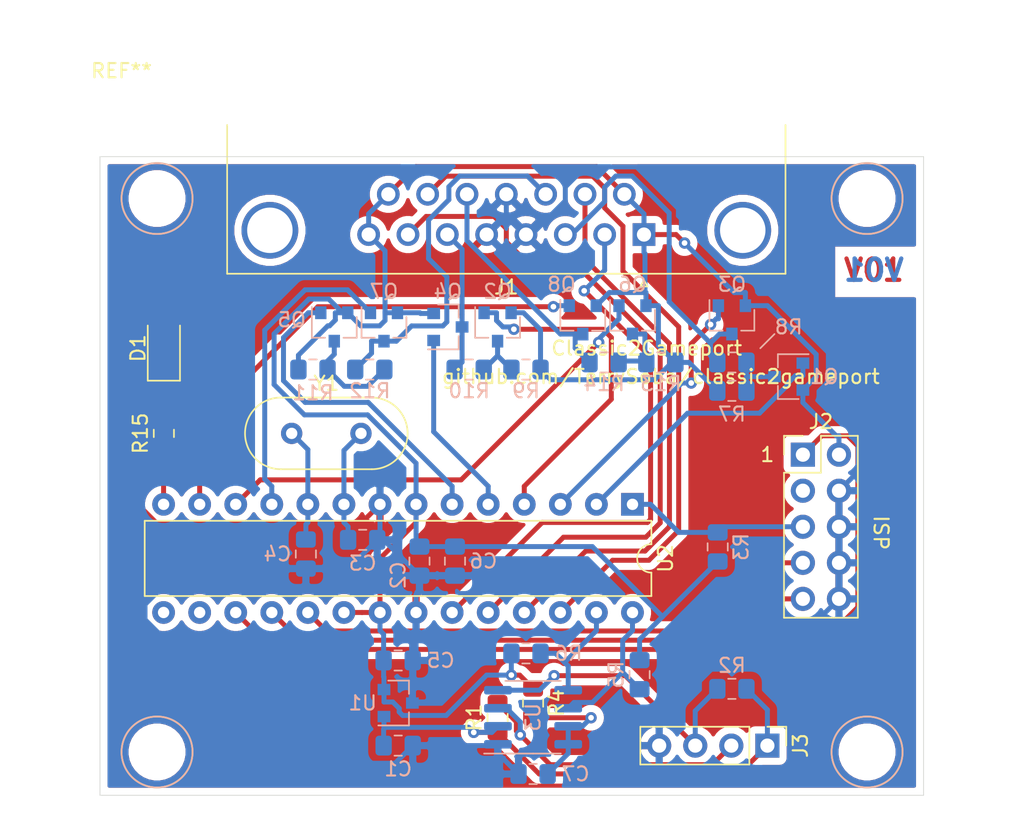
<source format=kicad_pcb>
(kicad_pcb (version 20171130) (host pcbnew 5.1.5)
  (layers (0 F.Cu signal) (31 B.Cu signal) (34 B.Paste user) (35 F.Paste user) (36 B.SilkS user) (37 F.SilkS user) (38 B.Mask user) (39 F.Mask user) (44 Edge.Cuts user))
  (net 0 "")
  (net 1 GND)
  (net 2 3.3V)
  (net 3 5V)
  (net 4 "Net-(C3-Pad1)")
  (net 5 "Net-(C4-Pad2)")
  (net 6 "Net-(C7-Pad1)")
  (net 7 BUTTON4)
  (net 8 JS2_Y_AXIS)
  (net 9 JS2_X_AXIS)
  (net 10 BUTTON3)
  (net 11 BUTTON2)
  (net 12 JS1_Y_AXIS)
  (net 13 JS1_X_AXIS)
  (net 14 BUTTON1)
  (net 15 MISO)
  (net 16 SCK)
  (net 17 RESET)
  (net 18 "Net-(J2-Pad3)")
  (net 19 MOSI)
  (net 20 "Net-(J3-Pad3)")
  (net 21 "Net-(J3-Pad2)")
  (net 22 "Net-(Q1-Pad3)")
  (net 23 JS1_X1)
  (net 24 "Net-(Q2-Pad3)")
  (net 25 JS1_Y1)
  (net 26 JS1_X2)
  (net 27 JS1_Y2)
  (net 28 "Net-(Q5-Pad3)")
  (net 29 JS2_X1)
  (net 30 "Net-(Q6-Pad3)")
  (net 31 JS2_Y1)
  (net 32 JS2_X2)
  (net 33 JS2_Y2)
  (net 34 SCL)
  (net 35 SDA)
  (net 36 "Net-(U2-Pad16)")
  (net 37 "Net-(U2-Pad15)")
  (net 38 "Net-(D1-Pad2)")
  (net 39 "Net-(R15-Pad1)")
  (module classic2gameport:G026 (layer F.Cu) (at 160.02 44.45)
    (fp_text reference REF** (at -2.5 -9) (layer F.SilkS))
    (fp_text value G026)
    (pad "" np_thru_hole circle (at 0 39) (size 3 3) (drill 3) (layers *.Cu *.Mask))
    (pad "" np_thru_hole circle (at 50 39) (size 3 3) (drill 3) (layers *.Cu *.Mask))
    (pad "" np_thru_hole circle (at 50 0) (size 3 3) (drill 3) (layers *.Cu *.Mask))
    (pad "" np_thru_hole circle (at 0 0) (size 3 3) (drill 3) (layers *.Cu *.Mask))
  )
  (module Resistor_SMD:R_0805_2012Metric_Pad1.15x1.40mm_HandSolder (layer F.Cu) (at 160.5 61 90)
    (fp_text reference R15 (at 0 -1.65 90) (layer F.SilkS))
    (fp_text value 1.2k)
    (pad 2 smd roundrect (at 1.025 0 90) (size 1.15 1.4) (layers F.Cu F.Paste F.Mask) (roundrect_rratio 0.217391) (net 38 "Net-(D1-Pad2)"))
    (pad 1 smd roundrect (at -1.025 0 90) (size 1.15 1.4) (layers F.Cu F.Paste F.Mask) (roundrect_rratio 0.217391) (net 39 "Net-(R15-Pad1)"))
  )
  (module LED_SMD:LED_1206_3216Metric (layer F.Cu) (at 160.5 55 90)
    (fp_text reference D1 (at 0 -1.82 90) (layer F.SilkS))
    (fp_text value LED)
    (pad 2 smd roundrect (at 1.4 0 90) (size 1.25 1.75) (layers F.Cu F.Paste F.Mask) (roundrect_rratio 0.2) (net 38 "Net-(D1-Pad2)"))
    (pad 1 smd roundrect (at -1.4 0 90) (size 1.25 1.75) (layers F.Cu F.Paste F.Mask) (roundrect_rratio 0.2) (net 1 GND))
  )
  (module Crystal:Crystal_HC49-4H_Vertical (layer F.Cu) (at 169.5 61)
    (fp_text reference Y1 (at 2.44 -3.525) (layer F.SilkS))
    (fp_text value 16MHz)
    (pad 2 thru_hole circle (at 4.88 0) (size 1.5 1.5) (drill 0.8) (layers *.Cu *.Mask) (net 4 "Net-(C3-Pad1)"))
    (pad 1 thru_hole circle (at 0 0) (size 1.5 1.5) (drill 0.8) (layers *.Cu *.Mask) (net 5 "Net-(C4-Pad2)"))
  )
  (module Package_SO:SOIC-8_3.9x4.9mm_P1.27mm (layer B.Cu) (at 186.5 81)
    (fp_text reference U3 (at 0 0 90) (layer B.SilkS) (effects (justify mirror)))
    (fp_text value PCA9306)
    (pad 8 smd roundrect (at 2.475 1.905) (size 1.95 0.6) (layers B.Cu B.Paste B.Mask) (net 6 "Net-(C7-Pad1)"))
    (pad 7 smd roundrect (at 2.475 0.635) (size 1.95 0.6) (layers B.Cu B.Paste B.Mask) (net 6 "Net-(C7-Pad1)"))
    (pad 6 smd roundrect (at 2.475 -0.635) (size 1.95 0.6) (layers B.Cu B.Paste B.Mask) (net 34 SCL))
    (pad 5 smd roundrect (at 2.475 -1.905) (size 1.95 0.6) (layers B.Cu B.Paste B.Mask) (net 35 SDA))
    (pad 4 smd roundrect (at -2.475 -1.905) (size 1.95 0.6) (layers B.Cu B.Paste B.Mask) (net 20 "Net-(J3-Pad3)"))
    (pad 3 smd roundrect (at -2.475 -0.635) (size 1.95 0.6) (layers B.Cu B.Paste B.Mask) (net 21 "Net-(J3-Pad2)"))
    (pad 2 smd roundrect (at -2.475 0.635) (size 1.95 0.6) (layers B.Cu B.Paste B.Mask) (net 2 3.3V))
    (pad 1 smd roundrect (at -2.475 1.905) (size 1.95 0.6) (layers B.Cu B.Paste B.Mask) (net 1 GND))
  )
  (module Package_DIP:DIP-28_W7.62mm (layer F.Cu) (at 193.5 66 270)
    (fp_text reference U2 (at 3.81 -2.33 90) (layer F.SilkS))
    (fp_text value ATmega8-16PU)
    (pad 28 thru_hole oval (at 7.62 0 270) (size 1.6 1.6) (drill 0.8) (layers *.Cu *.Mask) (net 34 SCL))
    (pad 14 thru_hole oval (at 0 33.02 270) (size 1.6 1.6) (drill 0.8) (layers *.Cu *.Mask) (net 39 "Net-(R15-Pad1)"))
    (pad 27 thru_hole oval (at 7.62 2.54 270) (size 1.6 1.6) (drill 0.8) (layers *.Cu *.Mask) (net 35 SDA))
    (pad 13 thru_hole oval (at 0 30.48 270) (size 1.6 1.6) (drill 0.8) (layers *.Cu *.Mask) (net 33 JS2_Y2))
    (pad 26 thru_hole oval (at 7.62 5.08 270) (size 1.6 1.6) (drill 0.8) (layers *.Cu *.Mask) (net 7 BUTTON4))
    (pad 12 thru_hole oval (at 0 27.94 270) (size 1.6 1.6) (drill 0.8) (layers *.Cu *.Mask) (net 31 JS2_Y1))
    (pad 25 thru_hole oval (at 7.62 7.62 270) (size 1.6 1.6) (drill 0.8) (layers *.Cu *.Mask) (net 10 BUTTON3))
    (pad 11 thru_hole oval (at 0 25.4 270) (size 1.6 1.6) (drill 0.8) (layers *.Cu *.Mask) (net 32 JS2_X2))
    (pad 24 thru_hole oval (at 7.62 10.16 270) (size 1.6 1.6) (drill 0.8) (layers *.Cu *.Mask) (net 11 BUTTON2))
    (pad 10 thru_hole oval (at 0 22.86 270) (size 1.6 1.6) (drill 0.8) (layers *.Cu *.Mask) (net 5 "Net-(C4-Pad2)"))
    (pad 23 thru_hole oval (at 7.62 12.7 270) (size 1.6 1.6) (drill 0.8) (layers *.Cu *.Mask) (net 14 BUTTON1))
    (pad 9 thru_hole oval (at 0 20.32 270) (size 1.6 1.6) (drill 0.8) (layers *.Cu *.Mask) (net 4 "Net-(C3-Pad1)"))
    (pad 22 thru_hole oval (at 7.62 15.24 270) (size 1.6 1.6) (drill 0.8) (layers *.Cu *.Mask) (net 1 GND))
    (pad 8 thru_hole oval (at 0 17.78 270) (size 1.6 1.6) (drill 0.8) (layers *.Cu *.Mask) (net 1 GND))
    (pad 21 thru_hole oval (at 7.62 17.78 270) (size 1.6 1.6) (drill 0.8) (layers *.Cu *.Mask) (net 3 5V))
    (pad 7 thru_hole oval (at 0 15.24 270) (size 1.6 1.6) (drill 0.8) (layers *.Cu *.Mask) (net 3 5V))
    (pad 20 thru_hole oval (at 7.62 20.32 270) (size 1.6 1.6) (drill 0.8) (layers *.Cu *.Mask) (net 3 5V))
    (pad 6 thru_hole oval (at 0 12.7 270) (size 1.6 1.6) (drill 0.8) (layers *.Cu *.Mask) (net 29 JS2_X1))
    (pad 19 thru_hole oval (at 7.62 22.86 270) (size 1.6 1.6) (drill 0.8) (layers *.Cu *.Mask) (net 16 SCK))
    (pad 5 thru_hole oval (at 0 10.16 270) (size 1.6 1.6) (drill 0.8) (layers *.Cu *.Mask) (net 27 JS1_Y2))
    (pad 18 thru_hole oval (at 7.62 25.4 270) (size 1.6 1.6) (drill 0.8) (layers *.Cu *.Mask) (net 15 MISO))
    (pad 4 thru_hole oval (at 0 7.62 270) (size 1.6 1.6) (drill 0.8) (layers *.Cu *.Mask) (net 25 JS1_Y1))
    (pad 17 thru_hole oval (at 7.62 27.94 270) (size 1.6 1.6) (drill 0.8) (layers *.Cu *.Mask) (net 19 MOSI))
    (pad 3 thru_hole oval (at 0 5.08 270) (size 1.6 1.6) (drill 0.8) (layers *.Cu *.Mask) (net 26 JS1_X2))
    (pad 16 thru_hole oval (at 7.62 30.48 270) (size 1.6 1.6) (drill 0.8) (layers *.Cu *.Mask) (net 36 "Net-(U2-Pad16)"))
    (pad 2 thru_hole oval (at 0 2.54 270) (size 1.6 1.6) (drill 0.8) (layers *.Cu *.Mask) (net 23 JS1_X1))
    (pad 15 thru_hole oval (at 7.62 33.02 270) (size 1.6 1.6) (drill 0.8) (layers *.Cu *.Mask) (net 37 "Net-(U2-Pad15)"))
    (pad 1 thru_hole rect (at 0 0 270) (size 1.6 1.6) (drill 0.8) (layers *.Cu *.Mask) (net 17 RESET))
  )
  (module Package_TO_SOT_SMD:SOT-23 (layer B.Cu) (at 177 80)
    (fp_text reference U1 (at -2.5 0 180) (layer B.SilkS) (effects (justify mirror)))
    (fp_text value LM3480-3.3)
    (pad 3 smd rect (at 1 0) (size 0.9 0.8) (layers B.Cu B.Paste B.Mask) (net 1 GND))
    (pad 2 smd rect (at -1 -0.95) (size 0.9 0.8) (layers B.Cu B.Paste B.Mask) (net 3 5V))
    (pad 1 smd rect (at -1 0.95) (size 0.9 0.8) (layers B.Cu B.Paste B.Mask) (net 2 3.3V))
  )
  (module Resistor_SMD:R_0805_2012Metric_Pad1.15x1.40mm_HandSolder (layer B.Cu) (at 191.5 56 180)
    (fp_text reference R14 (at 0 -1.5 180) (layer B.SilkS) (effects (justify mirror)))
    (fp_text value 49k9)
    (pad 2 smd roundrect (at 1.025 0 180) (size 1.15 1.4) (layers B.Cu B.Paste B.Mask) (roundrect_rratio 0.217391) (net 8 JS2_Y_AXIS))
    (pad 1 smd roundrect (at -1.025 0 180) (size 1.15 1.4) (layers B.Cu B.Paste B.Mask) (roundrect_rratio 0.217391) (net 30 "Net-(Q6-Pad3)"))
  )
  (module Resistor_SMD:R_0805_2012Metric_Pad1.15x1.40mm_HandSolder (layer B.Cu) (at 195.5 56 180)
    (fp_text reference R13 (at 0 -1.5) (layer B.SilkS) (effects (justify mirror)))
    (fp_text value 49k9)
    (pad 2 smd roundrect (at 1.025 0 180) (size 1.15 1.4) (layers B.Cu B.Paste B.Mask) (roundrect_rratio 0.217391) (net 30 "Net-(Q6-Pad3)"))
    (pad 1 smd roundrect (at -1.025 0 180) (size 1.15 1.4) (layers B.Cu B.Paste B.Mask) (roundrect_rratio 0.217391) (net 3 5V))
  )
  (module Resistor_SMD:R_0805_2012Metric_Pad1.15x1.40mm_HandSolder (layer B.Cu) (at 175 56.5 180)
    (fp_text reference R12 (at 0 -1.5) (layer B.SilkS) (effects (justify mirror)))
    (fp_text value 49k9)
    (pad 2 smd roundrect (at 1.025 0 180) (size 1.15 1.4) (layers B.Cu B.Paste B.Mask) (roundrect_rratio 0.217391) (net 9 JS2_X_AXIS))
    (pad 1 smd roundrect (at -1.025 0 180) (size 1.15 1.4) (layers B.Cu B.Paste B.Mask) (roundrect_rratio 0.217391) (net 28 "Net-(Q5-Pad3)"))
  )
  (module Resistor_SMD:R_0805_2012Metric_Pad1.15x1.40mm_HandSolder (layer B.Cu) (at 171 56.5)
    (fp_text reference R11 (at 0 1.65) (layer B.SilkS) (effects (justify mirror)))
    (fp_text value 49k9)
    (pad 2 smd roundrect (at 1.025 0) (size 1.15 1.4) (layers B.Cu B.Paste B.Mask) (roundrect_rratio 0.217391) (net 28 "Net-(Q5-Pad3)"))
    (pad 1 smd roundrect (at -1.025 0) (size 1.15 1.4) (layers B.Cu B.Paste B.Mask) (roundrect_rratio 0.217391) (net 3 5V))
  )
  (module Resistor_SMD:R_0805_2012Metric_Pad1.15x1.40mm_HandSolder (layer B.Cu) (at 182 56.5 180)
    (fp_text reference R10 (at 0 -1.5) (layer B.SilkS) (effects (justify mirror)))
    (fp_text value 49k9)
    (pad 2 smd roundrect (at 1.025 0 180) (size 1.15 1.4) (layers B.Cu B.Paste B.Mask) (roundrect_rratio 0.217391) (net 12 JS1_Y_AXIS))
    (pad 1 smd roundrect (at -1.025 0 180) (size 1.15 1.4) (layers B.Cu B.Paste B.Mask) (roundrect_rratio 0.217391) (net 24 "Net-(Q2-Pad3)"))
  )
  (module Resistor_SMD:R_0805_2012Metric_Pad1.15x1.40mm_HandSolder (layer B.Cu) (at 186 56.5 180)
    (fp_text reference R9 (at 0 -1.5) (layer B.SilkS) (effects (justify mirror)))
    (fp_text value 49k9)
    (pad 2 smd roundrect (at 1.025 0 180) (size 1.15 1.4) (layers B.Cu B.Paste B.Mask) (roundrect_rratio 0.217391) (net 24 "Net-(Q2-Pad3)"))
    (pad 1 smd roundrect (at -1.025 0 180) (size 1.15 1.4) (layers B.Cu B.Paste B.Mask) (roundrect_rratio 0.217391) (net 3 5V))
  )
  (module Resistor_SMD:R_0805_2012Metric_Pad1.15x1.40mm_HandSolder (layer B.Cu) (at 200.5 56 180)
    (fp_text reference R8 (at -4 2.5 180) (layer B.SilkS) (effects (justify mirror)))
    (fp_text value 49k9)
    (pad 2 smd roundrect (at 1.025 0 180) (size 1.15 1.4) (layers B.Cu B.Paste B.Mask) (roundrect_rratio 0.217391) (net 13 JS1_X_AXIS))
    (pad 1 smd roundrect (at -1.025 0 180) (size 1.15 1.4) (layers B.Cu B.Paste B.Mask) (roundrect_rratio 0.217391) (net 22 "Net-(Q1-Pad3)"))
  )
  (module Resistor_SMD:R_0805_2012Metric_Pad1.15x1.40mm_HandSolder (layer B.Cu) (at 200.5 58)
    (fp_text reference R7 (at 0 1.65) (layer B.SilkS) (effects (justify mirror)))
    (fp_text value 49k9)
    (pad 2 smd roundrect (at 1.025 0) (size 1.15 1.4) (layers B.Cu B.Paste B.Mask) (roundrect_rratio 0.217391) (net 22 "Net-(Q1-Pad3)"))
    (pad 1 smd roundrect (at -1.025 0) (size 1.15 1.4) (layers B.Cu B.Paste B.Mask) (roundrect_rratio 0.217391) (net 3 5V))
  )
  (module Resistor_SMD:R_0805_2012Metric_Pad1.15x1.40mm_HandSolder (layer B.Cu) (at 186 76.5)
    (fp_text reference R6 (at 3 0) (layer B.SilkS) (effects (justify mirror)))
    (fp_text value 1kR)
    (pad 2 smd roundrect (at 1.025 0) (size 1.15 1.4) (layers B.Cu B.Paste B.Mask) (roundrect_rratio 0.217391) (net 35 SDA))
    (pad 1 smd roundrect (at -1.025 0) (size 1.15 1.4) (layers B.Cu B.Paste B.Mask) (roundrect_rratio 0.217391) (net 3 5V))
  )
  (module Resistor_SMD:R_0805_2012Metric_Pad1.15x1.40mm_HandSolder (layer B.Cu) (at 194 78 270)
    (fp_text reference R5 (at 0 1.65 90) (layer B.SilkS) (effects (justify mirror)))
    (fp_text value 1kR)
    (pad 2 smd roundrect (at 1.025 0 270) (size 1.15 1.4) (layers B.Cu B.Paste B.Mask) (roundrect_rratio 0.217391) (net 34 SCL))
    (pad 1 smd roundrect (at -1.025 0 270) (size 1.15 1.4) (layers B.Cu B.Paste B.Mask) (roundrect_rratio 0.217391) (net 3 5V))
  )
  (module Resistor_SMD:R_0805_2012Metric_Pad1.15x1.40mm_HandSolder (layer F.Cu) (at 186.5 80 270)
    (fp_text reference R4 (at 0 -1.65 270) (layer F.SilkS))
    (fp_text value 200kR)
    (pad 2 smd roundrect (at 1.025 0 270) (size 1.15 1.4) (layers F.Cu F.Paste F.Mask) (roundrect_rratio 0.217391) (net 6 "Net-(C7-Pad1)"))
    (pad 1 smd roundrect (at -1.025 0 270) (size 1.15 1.4) (layers F.Cu F.Paste F.Mask) (roundrect_rratio 0.217391) (net 3 5V))
  )
  (module Resistor_SMD:R_0805_2012Metric_Pad1.15x1.40mm_HandSolder (layer B.Cu) (at 199.5 69 90)
    (fp_text reference R3 (at 0 1.65 270) (layer B.SilkS) (effects (justify mirror)))
    (fp_text value 10kR)
    (pad 2 smd roundrect (at 1.025 0 90) (size 1.15 1.4) (layers B.Cu B.Paste B.Mask) (roundrect_rratio 0.217391) (net 17 RESET))
    (pad 1 smd roundrect (at -1.025 0 90) (size 1.15 1.4) (layers B.Cu B.Paste B.Mask) (roundrect_rratio 0.217391) (net 3 5V))
  )
  (module Resistor_SMD:R_0805_2012Metric_Pad1.15x1.40mm_HandSolder (layer B.Cu) (at 200.5 79 180)
    (fp_text reference R2 (at 0 1.65) (layer B.SilkS) (effects (justify mirror)))
    (fp_text value 1kR)
    (pad 2 smd roundrect (at 1.025 0 180) (size 1.15 1.4) (layers B.Cu B.Paste B.Mask) (roundrect_rratio 0.217391) (net 20 "Net-(J3-Pad3)"))
    (pad 1 smd roundrect (at -1.025 0 180) (size 1.15 1.4) (layers B.Cu B.Paste B.Mask) (roundrect_rratio 0.217391) (net 2 3.3V))
  )
  (module Resistor_SMD:R_0805_2012Metric_Pad1.15x1.40mm_HandSolder (layer F.Cu) (at 184 81.025 90)
    (fp_text reference R1 (at 0 -1.65 90) (layer F.SilkS))
    (fp_text value 1kR)
    (pad 2 smd roundrect (at 1.025 0 90) (size 1.15 1.4) (layers F.Cu F.Paste F.Mask) (roundrect_rratio 0.217391) (net 21 "Net-(J3-Pad2)"))
    (pad 1 smd roundrect (at -1.025 0 90) (size 1.15 1.4) (layers F.Cu F.Paste F.Mask) (roundrect_rratio 0.217391) (net 2 3.3V))
  )
  (module Package_TO_SOT_SMD:SOT-23 (layer B.Cu) (at 190 53 270)
    (fp_text reference Q8 (at -2.5 1.5 180) (layer B.SilkS) (effects (justify mirror)))
    (fp_text value Q_PMOS_GSD)
    (pad 3 smd rect (at 1 0 270) (size 0.9 0.8) (layers B.Cu B.Paste B.Mask) (net 8 JS2_Y_AXIS))
    (pad 2 smd rect (at -1 -0.95 270) (size 0.9 0.8) (layers B.Cu B.Paste B.Mask) (net 3 5V))
    (pad 1 smd rect (at -1 0.95 270) (size 0.9 0.8) (layers B.Cu B.Paste B.Mask) (net 33 JS2_Y2))
  )
  (module Package_TO_SOT_SMD:SOT-23 (layer B.Cu) (at 176 53.5 270)
    (fp_text reference Q7 (at -2.5 0) (layer B.SilkS) (effects (justify mirror)))
    (fp_text value Q_PMOS_GSD)
    (pad 3 smd rect (at 1 0 270) (size 0.9 0.8) (layers B.Cu B.Paste B.Mask) (net 9 JS2_X_AXIS))
    (pad 2 smd rect (at -1 -0.95 270) (size 0.9 0.8) (layers B.Cu B.Paste B.Mask) (net 3 5V))
    (pad 1 smd rect (at -1 0.95 270) (size 0.9 0.8) (layers B.Cu B.Paste B.Mask) (net 32 JS2_X2))
  )
  (module Package_TO_SOT_SMD:SOT-23 (layer B.Cu) (at 193.5 53 270)
    (fp_text reference Q6 (at -2.5 0 180) (layer B.SilkS) (effects (justify mirror)))
    (fp_text value Q_PMOS_GSD)
    (pad 3 smd rect (at 1 0 270) (size 0.9 0.8) (layers B.Cu B.Paste B.Mask) (net 30 "Net-(Q6-Pad3)"))
    (pad 2 smd rect (at -1 -0.95 270) (size 0.9 0.8) (layers B.Cu B.Paste B.Mask) (net 3 5V))
    (pad 1 smd rect (at -1 0.95 270) (size 0.9 0.8) (layers B.Cu B.Paste B.Mask) (net 31 JS2_Y1))
  )
  (module Package_TO_SOT_SMD:SOT-23 (layer B.Cu) (at 172.5 53.5 270)
    (fp_text reference Q5 (at -0.5 3 180) (layer B.SilkS) (effects (justify mirror)))
    (fp_text value Q_PMOS_GSD)
    (pad 3 smd rect (at 1 0 270) (size 0.9 0.8) (layers B.Cu B.Paste B.Mask) (net 28 "Net-(Q5-Pad3)"))
    (pad 2 smd rect (at -1 -0.95 270) (size 0.9 0.8) (layers B.Cu B.Paste B.Mask) (net 3 5V))
    (pad 1 smd rect (at -1 0.95 270) (size 0.9 0.8) (layers B.Cu B.Paste B.Mask) (net 29 JS2_X1))
  )
  (module Package_TO_SOT_SMD:SOT-23 (layer B.Cu) (at 180.5 53.5)
    (fp_text reference Q4 (at 0 -2.5) (layer B.SilkS) (effects (justify mirror)))
    (fp_text value Q_PMOS_GSD)
    (pad 3 smd rect (at 1 0) (size 0.9 0.8) (layers B.Cu B.Paste B.Mask) (net 12 JS1_Y_AXIS))
    (pad 2 smd rect (at -1 -0.95) (size 0.9 0.8) (layers B.Cu B.Paste B.Mask) (net 3 5V))
    (pad 1 smd rect (at -1 0.95) (size 0.9 0.8) (layers B.Cu B.Paste B.Mask) (net 27 JS1_Y2))
  )
  (module Package_TO_SOT_SMD:SOT-23 (layer B.Cu) (at 200.5 53 270)
    (fp_text reference Q3 (at -2.5 0) (layer B.SilkS) (effects (justify mirror)))
    (fp_text value Q_PMOS_GSD)
    (pad 3 smd rect (at 1 0 270) (size 0.9 0.8) (layers B.Cu B.Paste B.Mask) (net 13 JS1_X_AXIS))
    (pad 2 smd rect (at -1 -0.95 270) (size 0.9 0.8) (layers B.Cu B.Paste B.Mask) (net 3 5V))
    (pad 1 smd rect (at -1 0.95 270) (size 0.9 0.8) (layers B.Cu B.Paste B.Mask) (net 26 JS1_X2))
  )
  (module Package_TO_SOT_SMD:SOT-23 (layer B.Cu) (at 184 53.5 270)
    (fp_text reference Q2 (at -2.5 0 180) (layer B.SilkS) (effects (justify mirror)))
    (fp_text value Q_PMOS_GSD)
    (pad 3 smd rect (at 1 0 270) (size 0.9 0.8) (layers B.Cu B.Paste B.Mask) (net 24 "Net-(Q2-Pad3)"))
    (pad 2 smd rect (at -1 -0.95 270) (size 0.9 0.8) (layers B.Cu B.Paste B.Mask) (net 3 5V))
    (pad 1 smd rect (at -1 0.95 270) (size 0.9 0.8) (layers B.Cu B.Paste B.Mask) (net 25 JS1_Y1))
  )
  (module Package_TO_SOT_SMD:SOT-23 (layer B.Cu) (at 204.5 57 180)
    (fp_text reference Q1 (at -2.5 0 180) (layer B.SilkS) (effects (justify mirror)))
    (fp_text value Q_PMOS_GSD)
    (pad 3 smd rect (at 1 0 180) (size 0.9 0.8) (layers B.Cu B.Paste B.Mask) (net 22 "Net-(Q1-Pad3)"))
    (pad 2 smd rect (at -1 -0.95 180) (size 0.9 0.8) (layers B.Cu B.Paste B.Mask) (net 3 5V))
    (pad 1 smd rect (at -1 0.95 180) (size 0.9 0.8) (layers B.Cu B.Paste B.Mask) (net 23 JS1_X1))
  )
  (module Connector_PinHeader_2.54mm:PinHeader_1x04_P2.54mm_Vertical (layer F.Cu) (at 203 83 270)
    (fp_text reference J3 (at 0 -2.33 90) (layer F.SilkS))
    (fp_text value Conn_01x04)
    (pad 4 thru_hole oval (at 0 7.62 270) (size 1.7 1.7) (drill 1) (layers *.Cu *.Mask) (net 1 GND))
    (pad 3 thru_hole oval (at 0 5.08 270) (size 1.7 1.7) (drill 1) (layers *.Cu *.Mask) (net 20 "Net-(J3-Pad3)"))
    (pad 2 thru_hole oval (at 0 2.54 270) (size 1.7 1.7) (drill 1) (layers *.Cu *.Mask) (net 21 "Net-(J3-Pad2)"))
    (pad 1 thru_hole rect (at 0 0 270) (size 1.7 1.7) (drill 1) (layers *.Cu *.Mask) (net 2 3.3V))
  )
  (module Connector_PinHeader_2.54mm:PinHeader_2x05_P2.54mm_Vertical (layer F.Cu) (at 205.5 62.5)
    (fp_text reference J2 (at 1.27 -2.33) (layer F.SilkS))
    (fp_text value AVR-ISP-10)
    (pad 10 thru_hole oval (at 2.54 10.16) (size 1.7 1.7) (drill 1) (layers *.Cu *.Mask) (net 1 GND))
    (pad 9 thru_hole oval (at 0 10.16) (size 1.7 1.7) (drill 1) (layers *.Cu *.Mask) (net 15 MISO))
    (pad 8 thru_hole oval (at 2.54 7.62) (size 1.7 1.7) (drill 1) (layers *.Cu *.Mask) (net 1 GND))
    (pad 7 thru_hole oval (at 0 7.62) (size 1.7 1.7) (drill 1) (layers *.Cu *.Mask) (net 16 SCK))
    (pad 6 thru_hole oval (at 2.54 5.08) (size 1.7 1.7) (drill 1) (layers *.Cu *.Mask) (net 1 GND))
    (pad 5 thru_hole oval (at 0 5.08) (size 1.7 1.7) (drill 1) (layers *.Cu *.Mask) (net 17 RESET))
    (pad 4 thru_hole oval (at 2.54 2.54) (size 1.7 1.7) (drill 1) (layers *.Cu *.Mask) (net 1 GND))
    (pad 3 thru_hole oval (at 0 2.54) (size 1.7 1.7) (drill 1) (layers *.Cu *.Mask) (net 18 "Net-(J2-Pad3)"))
    (pad 2 thru_hole oval (at 2.54 0) (size 1.7 1.7) (drill 1) (layers *.Cu *.Mask) (net 3 5V))
    (pad 1 thru_hole rect (at 0 0) (size 1.7 1.7) (drill 1) (layers *.Cu *.Mask) (net 19 MOSI))
  )
  (module Connector_Dsub:DSUB-15_Male_Horizontal_P2.77x2.84mm_EdgePinOffset4.94mm_Housed_MountingHolesOffset7.48mm (layer F.Cu) (at 194.31 46.99 180)
    (fp_text reference J1 (at 9.695 -3.7) (layer F.SilkS))
    (fp_text value DB15_Male)
    (pad 0 thru_hole circle (at 26.345 0.3 180) (size 4 4) (drill 3.2) (layers *.Cu *.Mask))
    (pad 0 thru_hole circle (at -6.955 0.3 180) (size 4 4) (drill 3.2) (layers *.Cu *.Mask))
    (pad 15 thru_hole circle (at 18.005 2.84 180) (size 1.6 1.6) (drill 1) (layers *.Cu *.Mask) (net 3 5V))
    (pad 14 thru_hole circle (at 15.235 2.84 180) (size 1.6 1.6) (drill 1) (layers *.Cu *.Mask) (net 7 BUTTON4))
    (pad 13 thru_hole circle (at 12.465 2.84 180) (size 1.6 1.6) (drill 1) (layers *.Cu *.Mask) (net 8 JS2_Y_AXIS))
    (pad 12 thru_hole circle (at 9.695 2.84 180) (size 1.6 1.6) (drill 1) (layers *.Cu *.Mask) (net 1 GND))
    (pad 11 thru_hole circle (at 6.925 2.84 180) (size 1.6 1.6) (drill 1) (layers *.Cu *.Mask) (net 9 JS2_X_AXIS))
    (pad 10 thru_hole circle (at 4.155 2.84 180) (size 1.6 1.6) (drill 1) (layers *.Cu *.Mask) (net 10 BUTTON3))
    (pad 9 thru_hole circle (at 1.385 2.84 180) (size 1.6 1.6) (drill 1) (layers *.Cu *.Mask) (net 3 5V))
    (pad 8 thru_hole circle (at 19.39 0 180) (size 1.6 1.6) (drill 1) (layers *.Cu *.Mask) (net 3 5V))
    (pad 7 thru_hole circle (at 16.62 0 180) (size 1.6 1.6) (drill 1) (layers *.Cu *.Mask) (net 11 BUTTON2))
    (pad 6 thru_hole circle (at 13.85 0 180) (size 1.6 1.6) (drill 1) (layers *.Cu *.Mask) (net 12 JS1_Y_AXIS))
    (pad 5 thru_hole circle (at 11.08 0 180) (size 1.6 1.6) (drill 1) (layers *.Cu *.Mask) (net 1 GND))
    (pad 4 thru_hole circle (at 8.31 0 180) (size 1.6 1.6) (drill 1) (layers *.Cu *.Mask) (net 1 GND))
    (pad 3 thru_hole circle (at 5.54 0 180) (size 1.6 1.6) (drill 1) (layers *.Cu *.Mask) (net 13 JS1_X_AXIS))
    (pad 2 thru_hole circle (at 2.77 0 180) (size 1.6 1.6) (drill 1) (layers *.Cu *.Mask) (net 14 BUTTON1))
    (pad 1 thru_hole rect (at 0 0 180) (size 1.6 1.6) (drill 1) (layers *.Cu *.Mask) (net 3 5V))
  )
  (module Capacitor_SMD:C_0805_2012Metric_Pad1.15x1.40mm_HandSolder (layer B.Cu) (at 186.5 85 180)
    (fp_text reference C7 (at -3 0 180) (layer B.SilkS) (effects (justify mirror)))
    (fp_text value 100nF)
    (pad 2 smd roundrect (at 1.025 0 180) (size 1.15 1.4) (layers B.Cu B.Paste B.Mask) (roundrect_rratio 0.217391) (net 1 GND))
    (pad 1 smd roundrect (at -1.025 0 180) (size 1.15 1.4) (layers B.Cu B.Paste B.Mask) (roundrect_rratio 0.217391) (net 6 "Net-(C7-Pad1)"))
  )
  (module Capacitor_SMD:C_0805_2012Metric_Pad1.15x1.40mm_HandSolder (layer B.Cu) (at 181 70 270)
    (fp_text reference C6 (at 0 -2) (layer B.SilkS) (effects (justify mirror)))
    (fp_text value 1µF)
    (pad 2 smd roundrect (at 1.025 0 270) (size 1.15 1.4) (layers B.Cu B.Paste B.Mask) (roundrect_rratio 0.217391) (net 1 GND))
    (pad 1 smd roundrect (at -1.025 0 270) (size 1.15 1.4) (layers B.Cu B.Paste B.Mask) (roundrect_rratio 0.217391) (net 3 5V))
  )
  (module Capacitor_SMD:C_0805_2012Metric_Pad1.15x1.40mm_HandSolder (layer B.Cu) (at 177 77)
    (fp_text reference C5 (at 3 0 180) (layer B.SilkS) (effects (justify mirror)))
    (fp_text value 100nF)
    (pad 2 smd roundrect (at 1.025 0) (size 1.15 1.4) (layers B.Cu B.Paste B.Mask) (roundrect_rratio 0.217391) (net 1 GND))
    (pad 1 smd roundrect (at -1.025 0) (size 1.15 1.4) (layers B.Cu B.Paste B.Mask) (roundrect_rratio 0.217391) (net 3 5V))
  )
  (module Capacitor_SMD:C_0805_2012Metric_Pad1.15x1.40mm_HandSolder (layer B.Cu) (at 170.5 69.5 90)
    (fp_text reference C4 (at 0 -2 180) (layer B.SilkS) (effects (justify mirror)))
    (fp_text value 22pF)
    (pad 2 smd roundrect (at 1.025 0 90) (size 1.15 1.4) (layers B.Cu B.Paste B.Mask) (roundrect_rratio 0.217391) (net 5 "Net-(C4-Pad2)"))
    (pad 1 smd roundrect (at -1.025 0 90) (size 1.15 1.4) (layers B.Cu B.Paste B.Mask) (roundrect_rratio 0.217391) (net 1 GND))
  )
  (module Capacitor_SMD:C_0805_2012Metric_Pad1.15x1.40mm_HandSolder (layer B.Cu) (at 174.5 68.5)
    (fp_text reference C3 (at 0 1.65) (layer B.SilkS) (effects (justify mirror)))
    (fp_text value 22pF)
    (pad 2 smd roundrect (at 1.025 0) (size 1.15 1.4) (layers B.Cu B.Paste B.Mask) (roundrect_rratio 0.217391) (net 1 GND))
    (pad 1 smd roundrect (at -1.025 0) (size 1.15 1.4) (layers B.Cu B.Paste B.Mask) (roundrect_rratio 0.217391) (net 4 "Net-(C3-Pad1)"))
  )
  (module Capacitor_SMD:C_0805_2012Metric_Pad1.15x1.40mm_HandSolder (layer B.Cu) (at 178.5 70 270)
    (fp_text reference C2 (at 1 1.5 90) (layer B.SilkS) (effects (justify mirror)))
    (fp_text value 100nF)
    (pad 2 smd roundrect (at 1.025 0 270) (size 1.15 1.4) (layers B.Cu B.Paste B.Mask) (roundrect_rratio 0.217391) (net 1 GND))
    (pad 1 smd roundrect (at -1.025 0 270) (size 1.15 1.4) (layers B.Cu B.Paste B.Mask) (roundrect_rratio 0.217391) (net 3 5V))
  )
  (module Capacitor_SMD:C_0805_2012Metric_Pad1.15x1.40mm_HandSolder (layer B.Cu) (at 177 83)
    (fp_text reference C1 (at 0 1.65 180) (layer B.SilkS) (effects (justify mirror)))
    (fp_text value 100nF)
    (pad 2 smd roundrect (at 1.025 0) (size 1.15 1.4) (layers B.Cu B.Paste B.Mask) (roundrect_rratio 0.217391) (net 1 GND))
    (pad 1 smd roundrect (at -1.025 0) (size 1.15 1.4) (layers B.Cu B.Paste B.Mask) (roundrect_rratio 0.217391) (net 2 3.3V))
  )
  (gr_text 1 (at 203 62.5) (layer F.SilkS) (effects (font (size 1 1))))
  (gr_text ISP (at 211 68 270) (layer F.SilkS) (effects (font (size 1 1))))
  (gr_line (start 203.5 54) (end 202.5 55) (layer B.SilkS) (width 0.12))
  (gr_text V01 (at 210.5 49.5) (layer B.Cu) (effects (font (size 1.5 1.5) (thickness 0.3)) (justify mirror)))
  (gr_text Classic2Gameport (at 194.5 55) (layer F.SilkS) (effects (font (size 1 1))))
  (gr_text github.com/TerrySoba/classic2gameport (at 195.5 57) (layer F.SilkS) (effects (font (size 1 1))))
  (gr_text V01 (at 210.5 49.5) (layer F.Cu) (effects (font (size 1.5 1.5) (thickness 0.3))))
  (gr_line (start 214 41.5) (end 156 41.5) (layer Edge.Cuts) (width 0.05))
  (gr_line (start 214 86.5) (end 214 41.5) (layer Edge.Cuts) (width 0.05))
  (gr_line (start 156 86.5) (end 214 86.5) (layer Edge.Cuts) (width 0.05))
  (gr_line (start 156 41.5) (end 156 86.5) (layer Edge.Cuts) (width 0.05))
  (segment (start 208.04 65.04) (end 209.4025 63.6775) (width 0.35) (layer B.Cu) (net 1))
  (segment (start 209.4025 63.6775) (end 209.4025 57.4119) (width 0.35) (layer B.Cu) (net 1))
  (segment (start 209.4025 57.4119) (end 202.018 50.0274) (width 0.35) (layer B.Cu) (net 1))
  (segment (start 202.018 50.0274) (end 201.1006 50.0274) (width 0.35) (layer B.Cu) (net 1))
  (segment (start 201.1006 50.0274) (end 196.7338 45.6606) (width 0.35) (layer B.Cu) (net 1))
  (segment (start 196.7338 45.6606) (end 196.7338 45.1577) (width 0.35) (layer B.Cu) (net 1))
  (segment (start 196.7338 45.1577) (end 193.7954 42.2193) (width 0.35) (layer B.Cu) (net 1))
  (segment (start 193.7954 42.2193) (end 190.1846 42.2193) (width 0.35) (layer B.Cu) (net 1))
  (segment (start 190.1846 42.2193) (end 188.77 43.6339) (width 0.35) (layer B.Cu) (net 1))
  (segment (start 188.77 43.6339) (end 188.77 44.6102) (width 0.35) (layer B.Cu) (net 1))
  (segment (start 188.77 44.6102) (end 186.627 46.7532) (width 0.35) (layer B.Cu) (net 1))
  (segment (start 186.627 46.7532) (end 186 46.7532) (width 0.35) (layer B.Cu) (net 1))
  (segment (start 183.93 83) (end 184.025 82.905) (width 0.35) (layer B.Cu) (net 1))
  (segment (start 178.025 83) (end 183.93 83) (width 0.35) (layer B.Cu) (net 1))
  (segment (start 183.93 83) (end 183.93 83.455) (width 0.35) (layer B.Cu) (net 1))
  (segment (start 183.93 83.455) (end 185.475 85) (width 0.35) (layer B.Cu) (net 1))
  (segment (start 170.5 70.525) (end 161.6987 70.525) (width 0.35) (layer B.Cu) (net 1))
  (segment (start 161.6987 70.525) (end 159.1713 73.0524) (width 0.35) (layer B.Cu) (net 1))
  (segment (start 159.1713 73.0524) (end 159.1713 74.1212) (width 0.35) (layer B.Cu) (net 1))
  (segment (start 159.1713 74.1212) (end 169.2941 84.244) (width 0.35) (layer B.Cu) (net 1))
  (segment (start 169.2941 84.244) (end 176.781 84.244) (width 0.35) (layer B.Cu) (net 1))
  (segment (start 176.781 84.244) (end 178.025 83) (width 0.35) (layer B.Cu) (net 1))
  (segment (start 184.615 45.605) (end 184.615 44.15) (width 0.35) (layer B.Cu) (net 1))
  (segment (start 183.23 46.99) (end 184.615 45.605) (width 0.35) (layer B.Cu) (net 1))
  (segment (start 186 46.7532) (end 184.8518 45.605) (width 0.35) (layer B.Cu) (net 1))
  (segment (start 184.8518 45.605) (end 184.615 45.605) (width 0.35) (layer B.Cu) (net 1))
  (segment (start 186 46.99) (end 186 46.7532) (width 0.35) (layer B.Cu) (net 1))
  (segment (start 208.04 72.66) (end 203.1438 77.5562) (width 0.35) (layer B.Cu) (net 1))
  (segment (start 203.1438 77.5562) (end 199.1148 77.5562) (width 0.35) (layer B.Cu) (net 1))
  (segment (start 199.1148 77.5562) (end 195.38 81.291) (width 0.35) (layer B.Cu) (net 1))
  (segment (start 195.38 81.291) (end 195.38 83) (width 0.35) (layer B.Cu) (net 1))
  (segment (start 208.04 70.12) (end 208.04 72.66) (width 0.35) (layer B.Cu) (net 1))
  (segment (start 175.525 68.5) (end 173.5 70.525) (width 0.35) (layer B.Cu) (net 1))
  (segment (start 173.5 70.525) (end 170.5 70.525) (width 0.35) (layer B.Cu) (net 1))
  (segment (start 178.025 77) (end 178.025 79.0997) (width 0.35) (layer B.Cu) (net 1))
  (segment (start 178.025 79.0997) (end 178 79.1247) (width 0.35) (layer B.Cu) (net 1))
  (segment (start 178.26 73.62) (end 178.26 76.765) (width 0.35) (layer B.Cu) (net 1))
  (segment (start 178.26 76.765) (end 178.025 77) (width 0.35) (layer B.Cu) (net 1))
  (segment (start 178 80) (end 178 79.1247) (width 0.35) (layer B.Cu) (net 1))
  (segment (start 162.8011 53.8549) (end 162.8011 54.0989) (width 0.35) (layer F.Cu) (net 1))
  (segment (start 162.8011 54.0989) (end 160.5 56.4) (width 0.35) (layer F.Cu) (net 1))
  (segment (start 175.72 66) (end 174.4267 67.2933) (width 0.35) (layer F.Cu) (net 1))
  (segment (start 174.4267 67.2933) (end 159.9566 67.2933) (width 0.35) (layer F.Cu) (net 1))
  (segment (start 159.9566 67.2933) (end 158.4654 65.8021) (width 0.35) (layer F.Cu) (net 1))
  (segment (start 158.4654 65.8021) (end 158.4654 53.6037) (width 0.35) (layer F.Cu) (net 1))
  (segment (start 158.4654 53.6037) (end 159.5705 52.4986) (width 0.35) (layer F.Cu) (net 1))
  (segment (start 159.5705 52.4986) (end 161.4448 52.4986) (width 0.35) (layer F.Cu) (net 1))
  (segment (start 161.4448 52.4986) (end 162.8011 53.8549) (width 0.35) (layer F.Cu) (net 1))
  (segment (start 183.23 46.99) (end 181.0546 49.1654) (width 0.35) (layer F.Cu) (net 1))
  (segment (start 175.72 68.5) (end 175.975 68.5) (width 0.35) (layer B.Cu) (net 1))
  (segment (start 175.975 68.5) (end 178.5 71.025) (width 0.35) (layer B.Cu) (net 1))
  (segment (start 175.525 68.5) (end 175.72 68.5) (width 0.35) (layer B.Cu) (net 1))
  (segment (start 175.72 67.2753) (end 175.72 68.5) (width 0.35) (layer B.Cu) (net 1))
  (segment (start 175.72 66) (end 175.72 67.2753) (width 0.35) (layer B.Cu) (net 1))
  (segment (start 208.04 65.04) (end 208.04 67.58) (width 0.35) (layer B.Cu) (net 1))
  (segment (start 208.04 67.58) (end 208.04 70.12) (width 0.35) (layer B.Cu) (net 1))
  (segment (start 178.26 73.62) (end 178.26 72.3447) (width 0.35) (layer B.Cu) (net 1))
  (segment (start 178.26 72.3447) (end 178.5 72.1047) (width 0.35) (layer B.Cu) (net 1))
  (segment (start 178.5 72.1047) (end 178.5 71.025) (width 0.35) (layer B.Cu) (net 1))
  (segment (start 178.5 71.025) (end 181 71.025) (width 0.35) (layer B.Cu) (net 1))
  (segment (start 173.336248 49.1654) (end 181.0546 49.1654) (width 0.35) (layer F.Cu) (net 1))
  (segment (start 168.646748 53.8549) (end 173.336248 49.1654) (width 0.35) (layer F.Cu) (net 1))
  (segment (start 162.8011 53.8549) (end 168.646748 53.8549) (width 0.35) (layer F.Cu) (net 1))
  (segment (start 203 83) (end 203 80.475) (width 0.35) (layer B.Cu) (net 2))
  (segment (start 203 80.475) (end 201.525 79) (width 0.35) (layer B.Cu) (net 2))
  (segment (start 176 81.7128) (end 181.9664 81.7128) (width 0.35) (layer B.Cu) (net 2))
  (segment (start 181.9664 81.7128) (end 182.3214 82.0678) (width 0.35) (layer B.Cu) (net 2))
  (segment (start 176 81.7128) (end 176 81.8253) (width 0.35) (layer B.Cu) (net 2))
  (segment (start 176 81.6003) (end 176 81.7128) (width 0.35) (layer B.Cu) (net 2))
  (segment (start 184 82.0678) (end 182.3214 82.0678) (width 0.35) (layer F.Cu) (net 2))
  (segment (start 184.025 81.635) (end 183.5922 82.0678) (width 0.35) (layer B.Cu) (net 2))
  (segment (start 183.5922 82.0678) (end 182.3214 82.0678) (width 0.35) (layer B.Cu) (net 2))
  (segment (start 184 82.0678) (end 184 82.05) (width 0.35) (layer F.Cu) (net 2))
  (segment (start 203 83) (end 201.0053 84.9947) (width 0.35) (layer F.Cu) (net 2))
  (segment (start 201.0053 84.9947) (end 186.9269 84.9947) (width 0.35) (layer F.Cu) (net 2))
  (segment (start 186.9269 84.9947) (end 184 82.0678) (width 0.35) (layer F.Cu) (net 2))
  (segment (start 176 81.5501) (end 176 81.6003) (width 0.35) (layer B.Cu) (net 2))
  (segment (start 176 80.95) (end 176 81.5501) (width 0.35) (layer B.Cu) (net 2))
  (segment (start 176 81.8253) (end 175.975 81.8503) (width 0.35) (layer B.Cu) (net 2))
  (segment (start 175.975 81.8503) (end 175.975 83) (width 0.35) (layer B.Cu) (net 2))
  (via (at 182.3214 82.0678) (size 0.8) (layers F.Cu B.Cu) (net 2))
  (segment (start 201.45 52) (end 201.45 51.0747) (width 0.35) (layer B.Cu) (net 3))
  (segment (start 197.1666 47.5857) (end 200.6556 51.0747) (width 0.35) (layer B.Cu) (net 3))
  (segment (start 200.6556 51.0747) (end 201.45 51.0747) (width 0.35) (layer B.Cu) (net 3))
  (segment (start 194.31 46.99) (end 196.5709 46.99) (width 0.35) (layer F.Cu) (net 3))
  (segment (start 196.5709 46.99) (end 197.1666 47.5857) (width 0.35) (layer F.Cu) (net 3))
  (segment (start 195.3253 52) (end 195.3253 54.8003) (width 0.35) (layer B.Cu) (net 3))
  (segment (start 195.3253 54.8003) (end 196.4004 55.8754) (width 0.35) (layer B.Cu) (net 3))
  (segment (start 196.4004 55.8754) (end 195.053 57.2228) (width 0.35) (layer B.Cu) (net 3))
  (segment (start 195.053 57.2228) (end 187.7478 57.2228) (width 0.35) (layer B.Cu) (net 3))
  (segment (start 187.7478 57.2228) (end 187.025 56.5) (width 0.35) (layer B.Cu) (net 3))
  (segment (start 196.4004 55.8754) (end 196.525 56) (width 0.35) (layer B.Cu) (net 3))
  (segment (start 184.95 52.5) (end 185.8253 52.5) (width 0.35) (layer B.Cu) (net 3))
  (segment (start 185.8253 52.5) (end 187.025 53.6997) (width 0.35) (layer B.Cu) (net 3))
  (segment (start 187.025 53.6997) (end 187.025 56.5) (width 0.35) (layer B.Cu) (net 3))
  (segment (start 176 79.05) (end 176 78.1747) (width 0.35) (layer B.Cu) (net 3))
  (segment (start 175.975 77) (end 175.975 78.1497) (width 0.35) (layer B.Cu) (net 3))
  (segment (start 175.975 78.1497) (end 176 78.1747) (width 0.35) (layer B.Cu) (net 3))
  (segment (start 175.72 74.8953) (end 175.975 75.1503) (width 0.35) (layer B.Cu) (net 3))
  (segment (start 175.975 75.1503) (end 175.975 77) (width 0.35) (layer B.Cu) (net 3))
  (segment (start 173.0124 52.5) (end 173.0124 52.4345) (width 0.35) (layer B.Cu) (net 3))
  (segment (start 173.0124 52.4345) (end 172.1117 51.5338) (width 0.35) (layer B.Cu) (net 3))
  (segment (start 172.1117 51.5338) (end 170.7119 51.5338) (width 0.35) (layer B.Cu) (net 3))
  (segment (start 170.7119 51.5338) (end 168.2625 53.9832) (width 0.35) (layer B.Cu) (net 3))
  (segment (start 168.2625 53.9832) (end 168.2625 57.558) (width 0.35) (layer B.Cu) (net 3))
  (segment (start 168.2625 57.558) (end 170.4019 59.6974) (width 0.35) (layer B.Cu) (net 3))
  (segment (start 170.4019 59.6974) (end 174.853 59.6974) (width 0.35) (layer B.Cu) (net 3))
  (segment (start 174.853 59.6974) (end 178.26 63.1044) (width 0.35) (layer B.Cu) (net 3))
  (segment (start 178.26 63.1044) (end 178.26 66) (width 0.35) (layer B.Cu) (net 3))
  (segment (start 173.0124 52.5) (end 172.5747 52.5) (width 0.35) (layer B.Cu) (net 3))
  (segment (start 173.45 52.5) (end 173.0124 52.5) (width 0.35) (layer B.Cu) (net 3))
  (segment (start 172.5747 52.5) (end 172.5747 53.0118) (width 0.35) (layer B.Cu) (net 3))
  (segment (start 172.5747 53.0118) (end 172.1611 53.4254) (width 0.35) (layer B.Cu) (net 3))
  (segment (start 172.1611 53.4254) (end 172.0399 53.4254) (width 0.35) (layer B.Cu) (net 3))
  (segment (start 172.0399 53.4254) (end 169.975 55.4903) (width 0.35) (layer B.Cu) (net 3))
  (segment (start 169.975 55.4903) (end 169.975 56.5) (width 0.35) (layer B.Cu) (net 3))
  (segment (start 174.92 46.99) (end 176.0747 48.1447) (width 0.35) (layer B.Cu) (net 3))
  (segment (start 176.0747 48.1447) (end 176.0747 52.5) (width 0.35) (layer B.Cu) (net 3))
  (segment (start 176.305 44.15) (end 174.92 45.535) (width 0.35) (layer B.Cu) (net 3))
  (segment (start 174.92 45.535) (end 174.92 46.99) (width 0.35) (layer B.Cu) (net 3))
  (segment (start 176.95 52.5) (end 176.0747 52.5) (width 0.35) (layer B.Cu) (net 3))
  (segment (start 176.0747 52.5) (end 176.0747 53.0471) (width 0.35) (layer B.Cu) (net 3))
  (segment (start 176.0747 53.0471) (end 175.6964 53.4254) (width 0.35) (layer B.Cu) (net 3))
  (segment (start 175.6964 53.4254) (end 174.3754 53.4254) (width 0.35) (layer B.Cu) (net 3))
  (segment (start 174.3754 53.4254) (end 173.45 52.5) (width 0.35) (layer B.Cu) (net 3))
  (segment (start 178.5747 52.55) (end 178.5247 52.5) (width 0.35) (layer B.Cu) (net 3))
  (segment (start 178.5247 52.5) (end 176.95 52.5) (width 0.35) (layer B.Cu) (net 3))
  (segment (start 196.525 56) (end 197.475 56) (width 0.35) (layer B.Cu) (net 3))
  (segment (start 197.475 56) (end 199.475 58) (width 0.35) (layer B.Cu) (net 3))
  (segment (start 176 79.9253) (end 176.6211 79.9253) (width 0.35) (layer B.Cu) (net 3))
  (segment (start 176.6211 79.9253) (end 177.0746 80.3788) (width 0.35) (layer B.Cu) (net 3))
  (segment (start 177.0746 80.3788) (end 177.0746 80.633) (width 0.35) (layer B.Cu) (net 3))
  (segment (start 177.0746 80.633) (end 177.317 80.8754) (width 0.35) (layer B.Cu) (net 3))
  (segment (start 177.317 80.8754) (end 180.3852 80.8754) (width 0.35) (layer B.Cu) (net 3))
  (segment (start 180.3852 80.8754) (end 183.2295 78.0311) (width 0.35) (layer B.Cu) (net 3))
  (segment (start 183.2295 78.0311) (end 184.9672 78.0311) (width 0.35) (layer B.Cu) (net 3))
  (segment (start 184.9672 78.0311) (end 184.9672 76.5078) (width 0.35) (layer B.Cu) (net 3))
  (segment (start 184.9672 76.5078) (end 184.975 76.5) (width 0.35) (layer B.Cu) (net 3))
  (segment (start 186.5 78.975) (end 185.5561 78.0311) (width 0.35) (layer F.Cu) (net 3))
  (segment (start 185.5561 78.0311) (end 184.9672 78.0311) (width 0.35) (layer F.Cu) (net 3))
  (segment (start 176 79.05) (end 176 79.9253) (width 0.35) (layer B.Cu) (net 3))
  (segment (start 179.5 52.55) (end 178.5747 52.55) (width 0.35) (layer B.Cu) (net 3))
  (segment (start 192.925 44.15) (end 190.975 42.2) (width 0.35) (layer F.Cu) (net 3))
  (segment (start 190.975 42.2) (end 178.255 42.2) (width 0.35) (layer F.Cu) (net 3))
  (segment (start 178.255 42.2) (end 176.305 44.15) (width 0.35) (layer F.Cu) (net 3))
  (segment (start 194.38 51.0046) (end 194.38 48.3353) (width 0.35) (layer B.Cu) (net 3))
  (segment (start 194.38 48.3353) (end 194.31 48.2653) (width 0.35) (layer B.Cu) (net 3))
  (segment (start 194.38 51.0046) (end 194.31 51.0746) (width 0.35) (layer B.Cu) (net 3))
  (segment (start 194.31 51.0746) (end 191.8754 51.0746) (width 0.35) (layer B.Cu) (net 3))
  (segment (start 191.8754 51.0746) (end 190.95 52) (width 0.35) (layer B.Cu) (net 3))
  (segment (start 201.45 52) (end 203.0013 52) (width 0.35) (layer B.Cu) (net 3))
  (segment (start 203.0013 52) (end 206.4376 55.4363) (width 0.35) (layer B.Cu) (net 3))
  (segment (start 206.4376 55.4363) (end 206.4376 57.0124) (width 0.35) (layer B.Cu) (net 3))
  (segment (start 206.4376 57.0124) (end 205.5 57.95) (width 0.35) (layer B.Cu) (net 3))
  (segment (start 194.45 51.0747) (end 194.38 51.0046) (width 0.35) (layer B.Cu) (net 3))
  (segment (start 208.04 62.5) (end 208.04 61.1747) (width 0.35) (layer B.Cu) (net 3))
  (segment (start 205.5 57.95) (end 205.5 58.8253) (width 0.35) (layer B.Cu) (net 3))
  (segment (start 208.04 61.1747) (end 207.8494 61.1747) (width 0.35) (layer B.Cu) (net 3))
  (segment (start 207.8494 61.1747) (end 205.5 58.8253) (width 0.35) (layer B.Cu) (net 3))
  (segment (start 194.45 52) (end 194.45 51.0747) (width 0.35) (layer B.Cu) (net 3))
  (segment (start 194.45 52) (end 195.3253 52) (width 0.35) (layer B.Cu) (net 3))
  (segment (start 175.72 73.62) (end 174.4553 73.62) (width 0.35) (layer F.Cu) (net 3))
  (segment (start 173.18 73.62) (end 174.4553 73.62) (width 0.35) (layer F.Cu) (net 3))
  (segment (start 178.26 67.2753) (end 175.72 69.8153) (width 0.35) (layer F.Cu) (net 3))
  (segment (start 175.72 69.8153) (end 175.72 73.62) (width 0.35) (layer F.Cu) (net 3))
  (segment (start 195.6104 73.9146) (end 194 75.525) (width 0.35) (layer B.Cu) (net 3))
  (segment (start 194 75.525) (end 194 76.975) (width 0.35) (layer B.Cu) (net 3))
  (segment (start 199.5 70.025) (end 195.6104 73.9146) (width 0.35) (layer B.Cu) (net 3))
  (segment (start 181 68.975) (end 190.6707 68.975) (width 0.35) (layer B.Cu) (net 3))
  (segment (start 190.6707 68.975) (end 195.6104 73.9146) (width 0.35) (layer B.Cu) (net 3))
  (segment (start 178.5 68.975) (end 181 68.975) (width 0.35) (layer B.Cu) (net 3))
  (segment (start 178.5 68.975) (end 178.26 68.735) (width 0.35) (layer B.Cu) (net 3))
  (segment (start 178.26 68.735) (end 178.26 66) (width 0.35) (layer B.Cu) (net 3))
  (segment (start 178.26 66) (end 178.26 67.2753) (width 0.35) (layer F.Cu) (net 3))
  (segment (start 175.72 73.62) (end 175.72 74.8953) (width 0.35) (layer B.Cu) (net 3))
  (segment (start 194.31 46.99) (end 194.31 48.2653) (width 0.35) (layer B.Cu) (net 3))
  (segment (start 194.31 46.99) (end 194.31 45.535) (width 0.35) (layer B.Cu) (net 3))
  (segment (start 194.31 45.535) (end 192.925 44.15) (width 0.35) (layer B.Cu) (net 3))
  (via (at 197.1666 47.5857) (size 0.8) (layers F.Cu B.Cu) (net 3))
  (via (at 184.9672 78.0311) (size 0.8) (layers F.Cu B.Cu) (net 3))
  (segment (start 173.18 66) (end 173.18 67.2753) (width 0.35) (layer B.Cu) (net 4))
  (segment (start 173.18 67.2753) (end 173.475 67.5703) (width 0.35) (layer B.Cu) (net 4))
  (segment (start 173.475 67.5703) (end 173.475 68.5) (width 0.35) (layer B.Cu) (net 4))
  (segment (start 174.38 61) (end 173.18 62.2) (width 0.35) (layer B.Cu) (net 4))
  (segment (start 173.18 62.2) (end 173.18 66) (width 0.35) (layer B.Cu) (net 4))
  (segment (start 169.5 61) (end 170.64 62.14) (width 0.35) (layer B.Cu) (net 5))
  (segment (start 170.64 62.14) (end 170.64 66) (width 0.35) (layer B.Cu) (net 5))
  (segment (start 170.64 66) (end 170.64 67.2753) (width 0.35) (layer B.Cu) (net 5))
  (segment (start 170.64 67.2753) (end 170.5 67.4153) (width 0.35) (layer B.Cu) (net 5))
  (segment (start 170.5 67.4153) (end 170.5 68.475) (width 0.35) (layer B.Cu) (net 5))
  (segment (start 186.5 81.025) (end 186.5109 81.0359) (width 0.35) (layer F.Cu) (net 6))
  (segment (start 186.5109 81.0359) (end 190.5818 81.0359) (width 0.35) (layer F.Cu) (net 6))
  (segment (start 188.975 81.635) (end 189.9827 81.635) (width 0.35) (layer B.Cu) (net 6))
  (segment (start 189.9827 81.635) (end 190.5818 81.0359) (width 0.35) (layer B.Cu) (net 6))
  (segment (start 188.975 82.905) (end 188.975 81.635) (width 0.35) (layer B.Cu) (net 6))
  (segment (start 188.975 82.905) (end 188.975 83.55) (width 0.35) (layer B.Cu) (net 6))
  (segment (start 188.975 83.55) (end 187.525 85) (width 0.35) (layer B.Cu) (net 6))
  (via (at 190.5818 81.0359) (size 0.8) (layers F.Cu B.Cu) (net 6))
  (segment (start 188.42 73.62) (end 192.1005 69.9395) (width 0.35) (layer F.Cu) (net 7))
  (segment (start 192.1005 69.9395) (end 194.6547 69.9395) (width 0.35) (layer F.Cu) (net 7))
  (segment (start 194.6547 69.9395) (end 196.7529 67.8413) (width 0.35) (layer F.Cu) (net 7))
  (segment (start 196.7529 67.8413) (end 196.7529 53.4891) (width 0.35) (layer F.Cu) (net 7))
  (segment (start 196.7529 53.4891) (end 192.8267 49.5629) (width 0.35) (layer F.Cu) (net 7))
  (segment (start 192.8267 49.5629) (end 192.8267 46.3966) (width 0.35) (layer F.Cu) (net 7))
  (segment (start 192.8267 46.3966) (end 191.54 45.1099) (width 0.35) (layer F.Cu) (net 7))
  (segment (start 191.54 45.1099) (end 191.54 43.7128) (width 0.35) (layer F.Cu) (net 7))
  (segment (start 191.54 43.7128) (end 190.7018 42.8746) (width 0.35) (layer F.Cu) (net 7))
  (segment (start 190.7018 42.8746) (end 180.3504 42.8746) (width 0.35) (layer F.Cu) (net 7))
  (segment (start 180.3504 42.8746) (end 179.075 44.15) (width 0.35) (layer F.Cu) (net 7))
  (segment (start 189.4634 54) (end 188.4247 54) (width 0.35) (layer B.Cu) (net 8))
  (segment (start 188.4247 54) (end 181.845 47.4203) (width 0.35) (layer B.Cu) (net 8))
  (segment (start 181.845 47.4203) (end 181.845 44.15) (width 0.35) (layer B.Cu) (net 8))
  (segment (start 189.4634 54) (end 189.4634 54.9884) (width 0.35) (layer B.Cu) (net 8))
  (segment (start 189.4634 54.9884) (end 190.475 56) (width 0.35) (layer B.Cu) (net 8))
  (segment (start 190 54) (end 189.4634 54) (width 0.35) (layer B.Cu) (net 8))
  (segment (start 176 54.5) (end 176.8753 54.5) (width 0.35) (layer B.Cu) (net 9))
  (segment (start 187.385 44.15) (end 186.1004 42.8654) (width 0.35) (layer B.Cu) (net 9))
  (segment (start 186.1004 42.8654) (end 181.326 42.8654) (width 0.35) (layer B.Cu) (net 9))
  (segment (start 181.326 42.8654) (end 180.5696 43.6218) (width 0.35) (layer B.Cu) (net 9))
  (segment (start 180.5696 43.6218) (end 180.5696 44.5355) (width 0.35) (layer B.Cu) (net 9))
  (segment (start 180.5696 44.5355) (end 179.1391 45.966) (width 0.35) (layer B.Cu) (net 9))
  (segment (start 179.1391 45.966) (end 179.1391 48.6837) (width 0.35) (layer B.Cu) (net 9))
  (segment (start 179.1391 48.6837) (end 180.4254 49.97) (width 0.35) (layer B.Cu) (net 9))
  (segment (start 180.4254 49.97) (end 180.4254 53.1513) (width 0.35) (layer B.Cu) (net 9))
  (segment (start 180.4254 53.1513) (end 180.1469 53.4298) (width 0.35) (layer B.Cu) (net 9))
  (segment (start 180.1469 53.4298) (end 177.9455 53.4298) (width 0.35) (layer B.Cu) (net 9))
  (segment (start 177.9455 53.4298) (end 176.8753 54.5) (width 0.35) (layer B.Cu) (net 9))
  (segment (start 176 54.5) (end 175.1247 54.5) (width 0.35) (layer B.Cu) (net 9))
  (segment (start 175.1247 54.5) (end 175.1247 55.3503) (width 0.35) (layer B.Cu) (net 9))
  (segment (start 175.1247 55.3503) (end 173.975 56.5) (width 0.35) (layer B.Cu) (net 9))
  (segment (start 185.88 73.62) (end 190.2108 69.2892) (width 0.35) (layer F.Cu) (net 10))
  (segment (start 190.2108 69.2892) (end 194.3853 69.2892) (width 0.35) (layer F.Cu) (net 10))
  (segment (start 194.3853 69.2892) (end 196.1026 67.5719) (width 0.35) (layer F.Cu) (net 10))
  (segment (start 196.1026 67.5719) (end 196.1026 54.6782) (width 0.35) (layer F.Cu) (net 10))
  (segment (start 196.1026 54.6782) (end 190.155 48.7306) (width 0.35) (layer F.Cu) (net 10))
  (segment (start 190.155 48.7306) (end 190.155 44.15) (width 0.35) (layer F.Cu) (net 10))
  (segment (start 183.34 73.62) (end 188.6462 68.3138) (width 0.35) (layer F.Cu) (net 11))
  (segment (start 188.6462 68.3138) (end 194.441 68.3138) (width 0.35) (layer F.Cu) (net 11))
  (segment (start 194.441 68.3138) (end 195.4522 67.3026) (width 0.35) (layer F.Cu) (net 11))
  (segment (start 195.4522 67.3026) (end 195.4522 55.0481) (width 0.35) (layer F.Cu) (net 11))
  (segment (start 195.4522 55.0481) (end 189.2398 48.8357) (width 0.35) (layer F.Cu) (net 11))
  (segment (start 189.2398 48.8357) (end 185.9465 48.8357) (width 0.35) (layer F.Cu) (net 11))
  (segment (start 185.9465 48.8357) (end 184.615 47.5042) (width 0.35) (layer F.Cu) (net 11))
  (segment (start 184.615 47.5042) (end 184.615 46.5682) (width 0.35) (layer F.Cu) (net 11))
  (segment (start 184.615 46.5682) (end 183.7614 45.7146) (width 0.35) (layer F.Cu) (net 11))
  (segment (start 183.7614 45.7146) (end 178.9654 45.7146) (width 0.35) (layer F.Cu) (net 11))
  (segment (start 178.9654 45.7146) (end 177.69 46.99) (width 0.35) (layer F.Cu) (net 11))
  (segment (start 181.5 53.5) (end 181.5 55.975) (width 0.35) (layer B.Cu) (net 12))
  (segment (start 181.5 55.975) (end 180.975 56.5) (width 0.35) (layer B.Cu) (net 12))
  (segment (start 181.5 53.3) (end 181.5 53.5) (width 0.35) (layer B.Cu) (net 12))
  (segment (start 181.5 53.3) (end 181.5 52.6247) (width 0.35) (layer B.Cu) (net 12))
  (segment (start 181.5 52.6247) (end 181.5 48.03) (width 0.35) (layer B.Cu) (net 12))
  (segment (start 181.5 48.03) (end 180.46 46.99) (width 0.35) (layer B.Cu) (net 12))
  (segment (start 188.77 46.99) (end 189.2152 46.99) (width 0.35) (layer B.Cu) (net 13))
  (segment (start 189.2152 46.99) (end 191.5401 44.6651) (width 0.35) (layer B.Cu) (net 13))
  (segment (start 191.5401 44.6651) (end 191.5401 43.6551) (width 0.35) (layer B.Cu) (net 13))
  (segment (start 191.5401 43.6551) (end 192.3256 42.8696) (width 0.35) (layer B.Cu) (net 13))
  (segment (start 192.3256 42.8696) (end 193.4831 42.8696) (width 0.35) (layer B.Cu) (net 13))
  (segment (start 193.4831 42.8696) (end 196.0835 45.47) (width 0.35) (layer B.Cu) (net 13))
  (segment (start 196.0835 45.47) (end 196.0835 51.7282) (width 0.35) (layer B.Cu) (net 13))
  (segment (start 196.0835 51.7282) (end 198.99 54.6347) (width 0.35) (layer B.Cu) (net 13))
  (segment (start 199.475 56) (end 198.99 55.515) (width 0.35) (layer B.Cu) (net 13))
  (segment (start 198.99 55.515) (end 198.99 54.6347) (width 0.35) (layer B.Cu) (net 13))
  (segment (start 199.6247 54) (end 198.99 54.6347) (width 0.35) (layer B.Cu) (net 13))
  (segment (start 200.5 54) (end 199.6247 54) (width 0.35) (layer B.Cu) (net 13))
  (segment (start 190.099 50.951) (end 194.7754 55.6274) (width 0.35) (layer F.Cu) (net 14))
  (segment (start 194.7754 55.6274) (end 194.7754 67.0596) (width 0.35) (layer F.Cu) (net 14))
  (segment (start 194.7754 67.0596) (end 194.5596 67.2754) (width 0.35) (layer F.Cu) (net 14))
  (segment (start 194.5596 67.2754) (end 187.1446 67.2754) (width 0.35) (layer F.Cu) (net 14))
  (segment (start 187.1446 67.2754) (end 180.8 73.62) (width 0.35) (layer F.Cu) (net 14))
  (segment (start 191.54 46.99) (end 191.54 49.51) (width 0.35) (layer B.Cu) (net 14))
  (segment (start 191.54 49.51) (end 190.099 50.951) (width 0.35) (layer B.Cu) (net 14))
  (via (at 190.099 50.951) (size 0.8) (layers F.Cu B.Cu) (net 14))
  (segment (start 204.1747 72.66) (end 201.2632 75.5715) (width 0.35) (layer F.Cu) (net 15))
  (segment (start 201.2632 75.5715) (end 170.0515 75.5715) (width 0.35) (layer F.Cu) (net 15))
  (segment (start 170.0515 75.5715) (end 168.1 73.62) (width 0.35) (layer F.Cu) (net 15))
  (segment (start 205.5 72.66) (end 204.1747 72.66) (width 0.35) (layer F.Cu) (net 15))
  (segment (start 204.1747 70.12) (end 199.3736 74.9211) (width 0.35) (layer F.Cu) (net 16))
  (segment (start 199.3736 74.9211) (end 171.9411 74.9211) (width 0.35) (layer F.Cu) (net 16))
  (segment (start 171.9411 74.9211) (end 170.64 73.62) (width 0.35) (layer F.Cu) (net 16))
  (segment (start 205.5 70.12) (end 204.1747 70.12) (width 0.35) (layer F.Cu) (net 16))
  (segment (start 193.5 66) (end 194.7753 66) (width 0.35) (layer B.Cu) (net 17))
  (segment (start 194.7753 66) (end 196.7503 67.975) (width 0.35) (layer B.Cu) (net 17))
  (segment (start 196.7503 67.975) (end 199.5 67.975) (width 0.35) (layer B.Cu) (net 17))
  (segment (start 205.5 67.58) (end 199.895 67.58) (width 0.35) (layer B.Cu) (net 17))
  (segment (start 199.895 67.58) (end 199.5 67.975) (width 0.35) (layer B.Cu) (net 17))
  (segment (start 205.5 62.5) (end 206.8288 61.1712) (width 0.35) (layer F.Cu) (net 19))
  (segment (start 206.8288 61.1712) (end 208.652 61.1712) (width 0.35) (layer F.Cu) (net 19))
  (segment (start 208.652 61.1712) (end 209.3691 61.8883) (width 0.35) (layer F.Cu) (net 19))
  (segment (start 209.3691 61.8883) (end 209.3691 73.2462) (width 0.35) (layer F.Cu) (net 19))
  (segment (start 209.3691 73.2462) (end 206.3934 76.2219) (width 0.35) (layer F.Cu) (net 19))
  (segment (start 206.3934 76.2219) (end 168.1619 76.2219) (width 0.35) (layer F.Cu) (net 19))
  (segment (start 168.1619 76.2219) (end 165.56 73.62) (width 0.35) (layer F.Cu) (net 19))
  (segment (start 187.9812 78.0729) (end 186.9591 79.095) (width 0.35) (layer B.Cu) (net 20))
  (segment (start 186.9591 79.095) (end 184.025 79.095) (width 0.35) (layer B.Cu) (net 20))
  (segment (start 197.92 83) (end 192.9929 78.0729) (width 0.35) (layer F.Cu) (net 20))
  (segment (start 192.9929 78.0729) (end 187.9812 78.0729) (width 0.35) (layer F.Cu) (net 20))
  (segment (start 197.92 83) (end 197.92 80.555) (width 0.35) (layer B.Cu) (net 20))
  (segment (start 197.92 80.555) (end 199.475 79) (width 0.35) (layer B.Cu) (net 20))
  (via (at 187.9812 78.0729) (size 0.8) (layers F.Cu B.Cu) (net 20))
  (segment (start 200.46 83) (end 199.1157 84.3443) (width 0.35) (layer F.Cu) (net 21))
  (segment (start 199.1157 84.3443) (end 187.7003 84.3443) (width 0.35) (layer F.Cu) (net 21))
  (segment (start 187.7003 84.3443) (end 185.5995 82.2435) (width 0.35) (layer F.Cu) (net 21))
  (segment (start 184 80) (end 185.3236 81.3236) (width 0.35) (layer F.Cu) (net 21))
  (segment (start 185.3236 81.3236) (end 185.3236 81.9676) (width 0.35) (layer F.Cu) (net 21))
  (segment (start 185.3236 81.9676) (end 185.5995 82.2435) (width 0.35) (layer F.Cu) (net 21))
  (segment (start 184.025 80.365) (end 184.6269 80.365) (width 0.35) (layer B.Cu) (net 21))
  (segment (start 184.6269 80.365) (end 185.5995 81.3376) (width 0.35) (layer B.Cu) (net 21))
  (segment (start 185.5995 81.3376) (end 185.5995 82.2435) (width 0.35) (layer B.Cu) (net 21))
  (via (at 185.5995 82.2435) (size 0.8) (layers F.Cu B.Cu) (net 21))
  (segment (start 201.525 57) (end 201.525 56) (width 0.35) (layer B.Cu) (net 22))
  (segment (start 201.525 58) (end 201.525 57) (width 0.35) (layer B.Cu) (net 22))
  (segment (start 202.5747 57) (end 201.525 57) (width 0.35) (layer B.Cu) (net 22))
  (segment (start 203.5 57) (end 202.5747 57) (width 0.35) (layer B.Cu) (net 22))
  (segment (start 205.5 56.05) (end 205.5 56.9253) (width 0.35) (layer B.Cu) (net 23))
  (segment (start 190.96 66) (end 197.385 59.575) (width 0.35) (layer B.Cu) (net 23))
  (segment (start 197.385 59.575) (end 202.4476 59.575) (width 0.35) (layer B.Cu) (net 23))
  (segment (start 202.4476 59.575) (end 204.4754 57.5472) (width 0.35) (layer B.Cu) (net 23))
  (segment (start 204.4754 57.5472) (end 204.4754 57.429) (width 0.35) (layer B.Cu) (net 23))
  (segment (start 204.4754 57.429) (end 204.9791 56.9253) (width 0.35) (layer B.Cu) (net 23))
  (segment (start 204.9791 56.9253) (end 205.5 56.9253) (width 0.35) (layer B.Cu) (net 23))
  (segment (start 184 55.525) (end 184.975 56.5) (width 0.35) (layer B.Cu) (net 24))
  (segment (start 184 54.5) (end 184 55.525) (width 0.35) (layer B.Cu) (net 24))
  (segment (start 184 55.525) (end 183.025 56.5) (width 0.35) (layer B.Cu) (net 24))
  (segment (start 185.1472 53.6628) (end 191.4313 53.6628) (width 0.35) (layer F.Cu) (net 25))
  (segment (start 191.4313 53.6628) (end 192.0089 54.2404) (width 0.35) (layer F.Cu) (net 25))
  (segment (start 192.0089 54.2404) (end 192.0089 58.5958) (width 0.35) (layer F.Cu) (net 25))
  (segment (start 192.0089 58.5958) (end 185.88 64.7247) (width 0.35) (layer F.Cu) (net 25))
  (segment (start 183.05 52.5) (end 183.9253 52.5) (width 0.35) (layer B.Cu) (net 25))
  (segment (start 183.9253 52.5) (end 183.9253 53.0471) (width 0.35) (layer B.Cu) (net 25))
  (segment (start 183.9253 53.0471) (end 184.3782 53.5) (width 0.35) (layer B.Cu) (net 25))
  (segment (start 184.3782 53.5) (end 184.9844 53.5) (width 0.35) (layer B.Cu) (net 25))
  (segment (start 184.9844 53.5) (end 185.1472 53.6628) (width 0.35) (layer B.Cu) (net 25))
  (segment (start 185.88 66) (end 185.88 64.7247) (width 0.35) (layer F.Cu) (net 25))
  (via (at 185.1472 53.6628) (size 0.8) (layers F.Cu B.Cu) (net 25))
  (segment (start 198.9989 53.3272) (end 197.6359 54.6902) (width 0.35) (layer F.Cu) (net 26))
  (segment (start 197.6359 54.6902) (end 197.6359 57.4496) (width 0.35) (layer F.Cu) (net 26))
  (segment (start 188.42 66) (end 196.9704 57.4496) (width 0.35) (layer B.Cu) (net 26))
  (segment (start 196.9704 57.4496) (end 197.6359 57.4496) (width 0.35) (layer B.Cu) (net 26))
  (segment (start 199.55 52.9253) (end 199.4008 52.9253) (width 0.35) (layer B.Cu) (net 26))
  (segment (start 199.4008 52.9253) (end 198.9989 53.3272) (width 0.35) (layer B.Cu) (net 26))
  (segment (start 199.55 52) (end 199.55 52.9253) (width 0.35) (layer B.Cu) (net 26))
  (via (at 197.6359 57.4496) (size 0.8) (layers F.Cu B.Cu) (net 26))
  (via (at 198.9989 53.3272) (size 0.8) (layers F.Cu B.Cu) (net 26))
  (segment (start 179.5 54.45) (end 179.5 60.8847) (width 0.35) (layer B.Cu) (net 27))
  (segment (start 179.5 60.8847) (end 183.34 64.7247) (width 0.35) (layer B.Cu) (net 27))
  (segment (start 183.34 66) (end 183.34 64.7247) (width 0.35) (layer B.Cu) (net 27))
  (segment (start 172.025 56.5) (end 173.208 57.683) (width 0.35) (layer B.Cu) (net 28))
  (segment (start 173.208 57.683) (end 174.842 57.683) (width 0.35) (layer B.Cu) (net 28))
  (segment (start 174.842 57.683) (end 176.025 56.5) (width 0.35) (layer B.Cu) (net 28))
  (segment (start 172.5 55.4253) (end 172.025 55.9003) (width 0.35) (layer B.Cu) (net 28))
  (segment (start 172.025 55.9003) (end 172.025 56.5) (width 0.35) (layer B.Cu) (net 28))
  (segment (start 172.5 54.5) (end 172.5 55.4253) (width 0.35) (layer B.Cu) (net 28))
  (segment (start 180.8 64.7247) (end 174.8926 58.8173) (width 0.35) (layer B.Cu) (net 29))
  (segment (start 174.8926 58.8173) (end 170.4554 58.8173) (width 0.35) (layer B.Cu) (net 29))
  (segment (start 170.4554 58.8173) (end 168.9236 57.2855) (width 0.35) (layer B.Cu) (net 29))
  (segment (start 168.9236 57.2855) (end 168.9236 54.2511) (width 0.35) (layer B.Cu) (net 29))
  (segment (start 168.9236 54.2511) (end 170.6747 52.5) (width 0.35) (layer B.Cu) (net 29))
  (segment (start 180.8 66) (end 180.8 64.7247) (width 0.35) (layer B.Cu) (net 29))
  (segment (start 171.55 52.5) (end 170.6747 52.5) (width 0.35) (layer B.Cu) (net 29))
  (segment (start 194.3753 55.9003) (end 194.475 56) (width 0.35) (layer B.Cu) (net 30))
  (segment (start 194.3753 54) (end 194.3753 55.9003) (width 0.35) (layer B.Cu) (net 30))
  (segment (start 194.3753 55.9003) (end 192.6247 55.9003) (width 0.35) (layer B.Cu) (net 30))
  (segment (start 192.6247 55.9003) (end 192.525 56) (width 0.35) (layer B.Cu) (net 30))
  (segment (start 193.5 54) (end 194.3753 54) (width 0.35) (layer B.Cu) (net 30))
  (segment (start 165.56 66) (end 167.2846 64.2754) (width 0.35) (layer F.Cu) (net 31))
  (segment (start 167.2846 64.2754) (end 181.4332 64.2754) (width 0.35) (layer F.Cu) (net 31))
  (segment (start 181.4332 64.2754) (end 191.1195 54.5891) (width 0.35) (layer F.Cu) (net 31))
  (segment (start 192.55 52.9253) (end 191.1195 54.3558) (width 0.35) (layer B.Cu) (net 31))
  (segment (start 191.1195 54.3558) (end 191.1195 54.5891) (width 0.35) (layer B.Cu) (net 31))
  (segment (start 192.55 52) (end 192.55 52.9253) (width 0.35) (layer B.Cu) (net 31))
  (via (at 191.1195 54.5891) (size 0.8) (layers F.Cu B.Cu) (net 31))
  (segment (start 168.1 66) (end 168.1 64.7247) (width 0.35) (layer B.Cu) (net 32))
  (segment (start 175.05 52.5) (end 173.4335 50.8835) (width 0.35) (layer B.Cu) (net 32))
  (segment (start 173.4335 50.8835) (end 170.4425 50.8835) (width 0.35) (layer B.Cu) (net 32))
  (segment (start 170.4425 50.8835) (end 167.6021 53.7239) (width 0.35) (layer B.Cu) (net 32))
  (segment (start 167.6021 53.7239) (end 167.6021 64.2268) (width 0.35) (layer B.Cu) (net 32))
  (segment (start 167.6021 64.2268) (end 168.1 64.7247) (width 0.35) (layer B.Cu) (net 32))
  (segment (start 189.05 52) (end 188.1747 52) (width 0.35) (layer B.Cu) (net 33))
  (segment (start 163.02 66) (end 163.02 60.4009) (width 0.35) (layer F.Cu) (net 33))
  (segment (start 163.02 60.4009) (end 171.3462 52.0747) (width 0.35) (layer F.Cu) (net 33))
  (segment (start 171.3462 52.0747) (end 187.9301 52.0747) (width 0.35) (layer F.Cu) (net 33))
  (segment (start 188.1747 52) (end 188.1 52.0747) (width 0.35) (layer B.Cu) (net 33))
  (segment (start 188.1 52.0747) (end 187.9301 52.0747) (width 0.35) (layer B.Cu) (net 33))
  (via (at 187.9301 52.0747) (size 0.8) (layers F.Cu B.Cu) (net 33))
  (segment (start 192.8083 77.8333) (end 194 79.025) (width 0.35) (layer B.Cu) (net 34))
  (segment (start 193.5 74.8953) (end 192.8083 75.587) (width 0.35) (layer B.Cu) (net 34))
  (segment (start 192.8083 75.587) (end 192.8083 77.8333) (width 0.35) (layer B.Cu) (net 34))
  (segment (start 188.975 80.365) (end 189.381 79.959) (width 0.35) (layer B.Cu) (net 34))
  (segment (start 189.381 79.959) (end 190.6826 79.959) (width 0.35) (layer B.Cu) (net 34))
  (segment (start 190.6826 79.959) (end 192.8083 77.8333) (width 0.35) (layer B.Cu) (net 34))
  (segment (start 193.5 73.62) (end 193.5 74.8953) (width 0.35) (layer B.Cu) (net 34))
  (segment (start 188.7177 77.1376) (end 188.08 76.5) (width 0.35) (layer B.Cu) (net 35))
  (segment (start 188.08 76.5) (end 187.025 76.5) (width 0.35) (layer B.Cu) (net 35))
  (segment (start 188.975 79.095) (end 188.975 77.395) (width 0.35) (layer B.Cu) (net 35))
  (segment (start 188.975 77.395) (end 188.7177 77.1376) (width 0.35) (layer B.Cu) (net 35))
  (segment (start 190.96 74.8953) (end 188.7177 77.1376) (width 0.35) (layer B.Cu) (net 35))
  (segment (start 190.96 73.62) (end 190.96 74.8953) (width 0.35) (layer B.Cu) (net 35))
  (segment (start 160.5 53.6) (end 159.132 54.968) (width 0.35) (layer F.Cu) (net 38))
  (segment (start 159.132 54.968) (end 159.132 58.607) (width 0.35) (layer F.Cu) (net 38))
  (segment (start 159.132 58.607) (end 160.5 59.975) (width 0.35) (layer F.Cu) (net 38))
  (segment (start 160.48 66) (end 160.48 62.045) (width 0.35) (layer F.Cu) (net 39))
  (segment (start 160.48 62.045) (end 160.5 62.025) (width 0.35) (layer F.Cu) (net 39))
  (zone (net 0) (net_name "") (layer F.Cu) (connect_pads (clearance 0.508)) (min_thickness 0.254)
    (keepout (tracks not_allowed) (vias not_allowed) (copperpour not_allowed))
    (fill (arc_segments 32) (thermal_gap 0.508) (thermal_bridge_width 0.508))
    (polygon (pts (xy 178 63.8) (xy 165.9 63.8) (xy 165.9 58.2) (xy 178 58.2)))
  )
  (zone (net 1) (net_name GND) (layer F.Cu) (connect_pads (clearance 0.508)) (min_thickness 0.254) (fill yes (arc_segments 32) (thermal_gap 0.508) (thermal_bridge_width 0.508))
    (polygon (pts (xy 214 86.5) (xy 156 86.5) (xy 156 41.5) (xy 214 41.5)))
  )
  (zone (net 1) (net_name GND) (layer B.Cu) (connect_pads (clearance 0.508)) (min_thickness 0.254) (fill yes (arc_segments 32) (thermal_gap 0.508) (thermal_bridge_width 0.508))
    (polygon (pts (xy 214 86.5) (xy 156 86.5) (xy 156 41.5) (xy 214 41.5)))
  )
)
</source>
